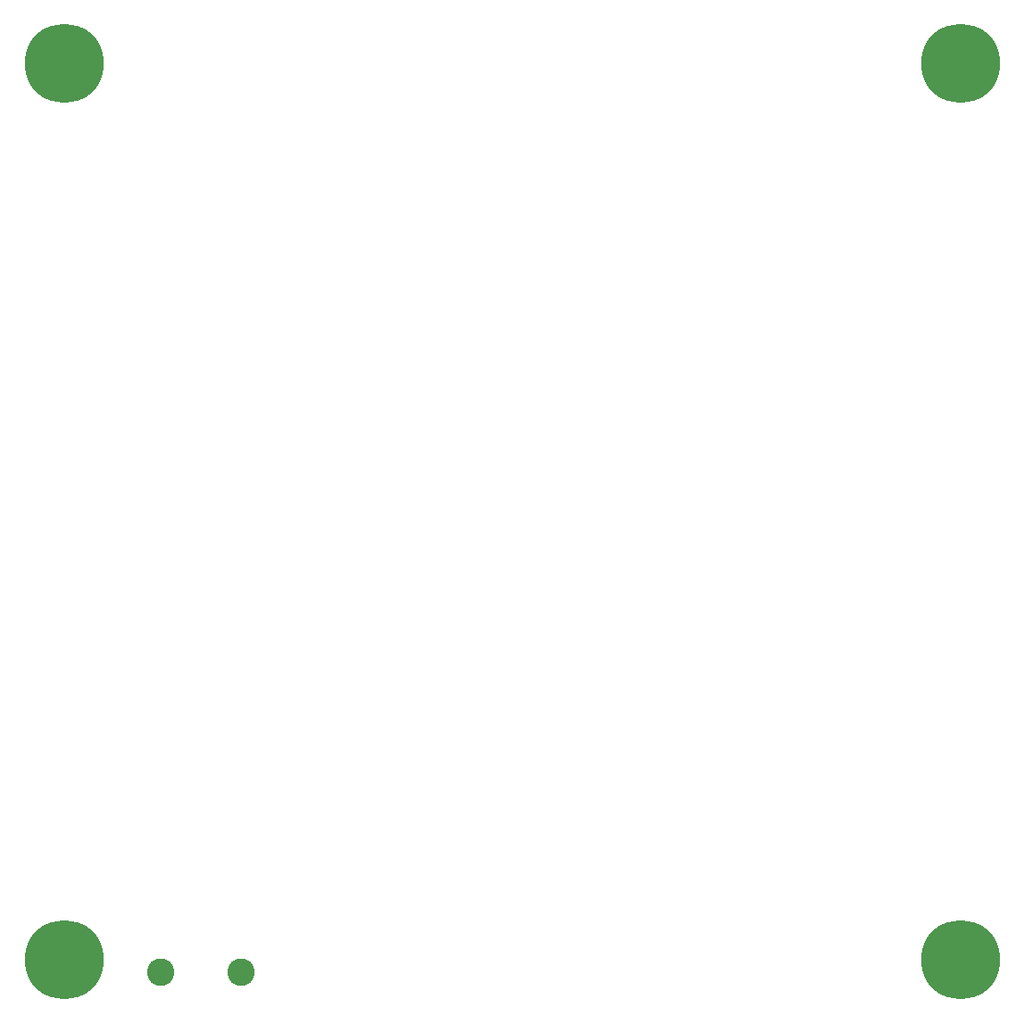
<source format=gts>
%TF.GenerationSoftware,KiCad,Pcbnew,8.0.5*%
%TF.CreationDate,2024-11-19T20:18:48-08:00*%
%TF.ProjectId,Coil_Pannel_Z,436f696c-5f50-4616-9e6e-656c5f5a2e6b,1.0*%
%TF.SameCoordinates,Original*%
%TF.FileFunction,Soldermask,Top*%
%TF.FilePolarity,Negative*%
%FSLAX46Y46*%
G04 Gerber Fmt 4.6, Leading zero omitted, Abs format (unit mm)*
G04 Created by KiCad (PCBNEW 8.0.5) date 2024-11-19 20:18:48*
%MOMM*%
%LPD*%
G01*
G04 APERTURE LIST*
%ADD10C,2.600000*%
%ADD11C,4.700000*%
%ADD12C,7.500000*%
G04 APERTURE END LIST*
D10*
X113784000Y-140074000D03*
X121404000Y-140074000D03*
D11*
X189637061Y-138948940D03*
D12*
X189637061Y-138948940D03*
D11*
X104641451Y-53941800D03*
D12*
X104641451Y-53941800D03*
D11*
X104637051Y-138948990D03*
D12*
X104637051Y-138948990D03*
D11*
X189636861Y-53948740D03*
D12*
X189636861Y-53948740D03*
M02*

</source>
